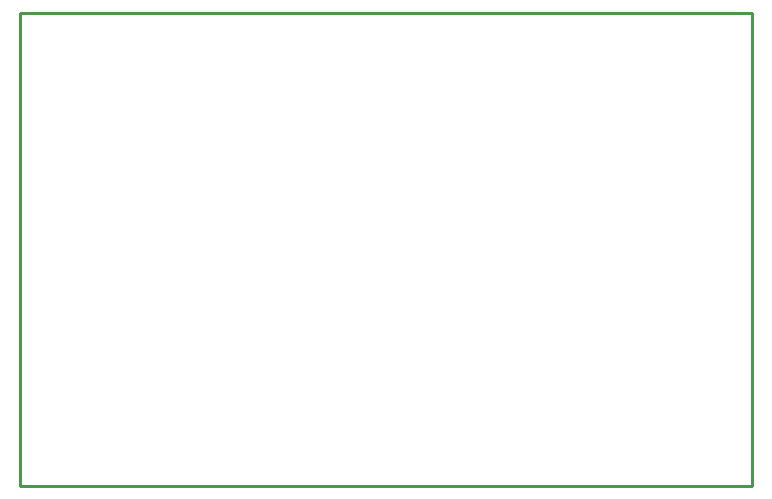
<source format=gbr>
G04*
G04 #@! TF.GenerationSoftware,Altium Limited,Altium Designer,24.1.2 (44)*
G04*
G04 Layer_Color=16711935*
%FSLAX25Y25*%
%MOIN*%
G70*
G04*
G04 #@! TF.SameCoordinates,A85318EA-E4D8-42E9-B0A6-CF3BD3DAF5E5*
G04*
G04*
G04 #@! TF.FilePolarity,Positive*
G04*
G01*
G75*
%ADD12C,0.01000*%
D12*
X782480Y588583D02*
X1026575D01*
X782480Y746063D02*
X1026575D01*
Y588583D02*
Y746063D01*
X782480Y588583D02*
Y746063D01*
M02*

</source>
